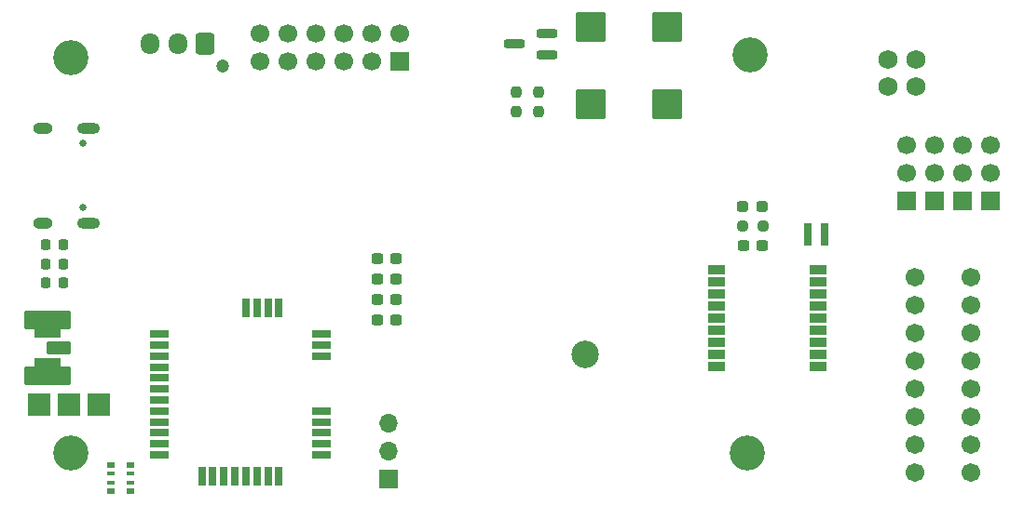
<source format=gbr>
%TF.GenerationSoftware,KiCad,Pcbnew,9.0.7*%
%TF.CreationDate,2026-01-13T15:48:48+01:00*%
%TF.ProjectId,TABv1,54414276-312e-46b6-9963-61645f706362,rev?*%
%TF.SameCoordinates,Original*%
%TF.FileFunction,Soldermask,Bot*%
%TF.FilePolarity,Negative*%
%FSLAX46Y46*%
G04 Gerber Fmt 4.6, Leading zero omitted, Abs format (unit mm)*
G04 Created by KiCad (PCBNEW 9.0.7) date 2026-01-13 15:48:48*
%MOMM*%
%LPD*%
G01*
G04 APERTURE LIST*
G04 Aperture macros list*
%AMRoundRect*
0 Rectangle with rounded corners*
0 $1 Rounding radius*
0 $2 $3 $4 $5 $6 $7 $8 $9 X,Y pos of 4 corners*
0 Add a 4 corners polygon primitive as box body*
4,1,4,$2,$3,$4,$5,$6,$7,$8,$9,$2,$3,0*
0 Add four circle primitives for the rounded corners*
1,1,$1+$1,$2,$3*
1,1,$1+$1,$4,$5*
1,1,$1+$1,$6,$7*
1,1,$1+$1,$8,$9*
0 Add four rect primitives between the rounded corners*
20,1,$1+$1,$2,$3,$4,$5,0*
20,1,$1+$1,$4,$5,$6,$7,0*
20,1,$1+$1,$6,$7,$8,$9,0*
20,1,$1+$1,$8,$9,$2,$3,0*%
G04 Aperture macros list end*
%ADD10C,0.000000*%
%ADD11R,2.000000X2.000000*%
%ADD12C,3.200000*%
%ADD13C,1.700000*%
%ADD14R,1.700000X1.700000*%
%ADD15O,1.700000X1.700000*%
%ADD16C,0.650000*%
%ADD17O,2.100000X1.000000*%
%ADD18O,1.800000X1.000000*%
%ADD19RoundRect,0.237500X0.237500X-0.250000X0.237500X0.250000X-0.237500X0.250000X-0.237500X-0.250000X0*%
%ADD20C,1.200000*%
%ADD21RoundRect,0.250000X0.600000X0.725000X-0.600000X0.725000X-0.600000X-0.725000X0.600000X-0.725000X0*%
%ADD22O,1.700000X1.950000*%
%ADD23RoundRect,0.200000X0.750000X0.200000X-0.750000X0.200000X-0.750000X-0.200000X0.750000X-0.200000X0*%
%ADD24R,0.800000X0.500000*%
%ADD25R,0.800000X0.400000*%
%ADD26RoundRect,0.050800X-1.016000X0.508000X-1.016000X-0.508000X1.016000X-0.508000X1.016000X0.508000X0*%
%ADD27RoundRect,0.050800X-2.032000X0.762000X-2.032000X-0.762000X2.032000X-0.762000X2.032000X0.762000X0*%
%ADD28RoundRect,0.050800X-1.143000X1.143000X-1.143000X-1.143000X1.143000X-1.143000X1.143000X1.143000X0*%
%ADD29RoundRect,0.237500X-0.237500X0.250000X-0.237500X-0.250000X0.237500X-0.250000X0.237500X0.250000X0*%
%ADD30R,1.803400X0.711200*%
%ADD31R,0.711200X1.803400*%
%ADD32RoundRect,0.237500X-0.300000X-0.237500X0.300000X-0.237500X0.300000X0.237500X-0.300000X0.237500X0*%
%ADD33R,1.600000X0.900000*%
%ADD34C,1.701800*%
%ADD35RoundRect,0.218750X-0.218750X-0.256250X0.218750X-0.256250X0.218750X0.256250X-0.218750X0.256250X0*%
%ADD36RoundRect,0.237500X0.287500X0.237500X-0.287500X0.237500X-0.287500X-0.237500X0.287500X-0.237500X0*%
%ADD37R,0.800000X2.000000*%
%ADD38C,1.752600*%
%ADD39RoundRect,0.102000X-1.250000X-1.250000X1.250000X-1.250000X1.250000X1.250000X-1.250000X1.250000X0*%
%ADD40C,2.500000*%
%ADD41RoundRect,0.237500X0.250000X0.237500X-0.250000X0.237500X-0.250000X-0.237500X0.250000X-0.237500X0*%
G04 APERTURE END LIST*
D10*
%TO.C,J4*%
G36*
X76050800Y-66252600D02*
G01*
X73714000Y-66252600D01*
X73714000Y-65338200D01*
X76050800Y-65338200D01*
X76050800Y-66252600D01*
G37*
G36*
X76050800Y-63461800D02*
G01*
X73714000Y-63461800D01*
X73714000Y-62547400D01*
X76050800Y-62547400D01*
X76050800Y-63461800D01*
G37*
%TD*%
D11*
%TO.C,TP4*%
X76800000Y-69600000D03*
%TD*%
%TO.C,TP3*%
X79500000Y-69600000D03*
%TD*%
%TO.C,TP2*%
X74100000Y-69600000D03*
%TD*%
D12*
%TO.C,H1*%
X138750000Y-37750000D03*
%TD*%
%TO.C,H4*%
X138500000Y-74000000D03*
%TD*%
D13*
%TO.C,J9*%
X152920000Y-45960000D03*
X155460000Y-45960000D03*
X152920000Y-48500000D03*
X155460000Y-48500000D03*
D14*
X152920000Y-51040000D03*
X155460000Y-51040000D03*
%TD*%
%TO.C,J6*%
X105900000Y-76380000D03*
D15*
X105900000Y-73840000D03*
X105900000Y-71300000D03*
%TD*%
D13*
%TO.C,J10*%
X158000000Y-45960000D03*
X160540000Y-45960000D03*
X158000000Y-48500000D03*
X160540000Y-48500000D03*
D14*
X158000000Y-51040000D03*
X160540000Y-51040000D03*
%TD*%
D12*
%TO.C,H3*%
X77000000Y-74000000D03*
%TD*%
D16*
%TO.C,J1*%
X78115000Y-45810000D03*
X78115000Y-51590000D03*
D17*
X78615000Y-44380000D03*
D18*
X74435000Y-44380000D03*
D17*
X78615000Y-53020000D03*
D18*
X74435000Y-53020000D03*
%TD*%
D12*
%TO.C,H2*%
X77000000Y-38000000D03*
%TD*%
D19*
%TO.C,R10*%
X117500000Y-42912500D03*
X117500000Y-41087500D03*
%TD*%
D20*
%TO.C,J11*%
X90800000Y-38750000D03*
D21*
X89200000Y-36750000D03*
D22*
X86700000Y-36750000D03*
X84200000Y-36750000D03*
%TD*%
D23*
%TO.C,Q2*%
X120262500Y-35800000D03*
X120262500Y-37700000D03*
X117262500Y-36750000D03*
%TD*%
D14*
%TO.C,J5*%
X106910000Y-38290000D03*
D13*
X106910000Y-35750000D03*
X104370000Y-38290000D03*
X104370000Y-35750000D03*
X101830000Y-38290000D03*
X101830000Y-35750000D03*
X99290000Y-38290000D03*
X99290000Y-35750000D03*
X96750000Y-38290000D03*
X96750000Y-35750000D03*
X94210000Y-38290000D03*
X94210000Y-35750000D03*
%TD*%
D24*
%TO.C,RN1*%
X82400000Y-75050000D03*
D25*
X82400000Y-75850000D03*
X82400000Y-76650000D03*
D24*
X82400000Y-77450000D03*
X80600000Y-77450000D03*
D25*
X80600000Y-76650000D03*
X80600000Y-75850000D03*
D24*
X80600000Y-75050000D03*
%TD*%
D26*
%TO.C,J4*%
X75873000Y-64400000D03*
D27*
X74857000Y-61860000D03*
X74857000Y-66940000D03*
D28*
X74882400Y-62291800D03*
X74882400Y-66508200D03*
%TD*%
D29*
%TO.C,R11*%
X119500000Y-41087500D03*
X119500000Y-42912500D03*
%TD*%
D30*
%TO.C,U10*%
X85000000Y-74149999D03*
X85000000Y-73150001D03*
X85000000Y-72150001D03*
X85000000Y-71150000D03*
X85000000Y-70150000D03*
X85000000Y-69149999D03*
X85000000Y-68150001D03*
X85000000Y-67150000D03*
X85000000Y-66150000D03*
X85000000Y-65149999D03*
X85000000Y-64149999D03*
X85000000Y-63150001D03*
D31*
X92899999Y-60750000D03*
X93900000Y-60750000D03*
X94900000Y-60750000D03*
X95900001Y-60750000D03*
D30*
X99800000Y-63150001D03*
X99800000Y-64149999D03*
X99800000Y-65149999D03*
X99800000Y-70150000D03*
X99800000Y-71150000D03*
X99800000Y-72150001D03*
X99800000Y-73149999D03*
X99800000Y-74149999D03*
D31*
X95900001Y-76050000D03*
X94900000Y-76050000D03*
X93900000Y-76050000D03*
X92899999Y-76050000D03*
X91900001Y-76050000D03*
X90900000Y-76050000D03*
X89900000Y-76050000D03*
X88899999Y-76050000D03*
%TD*%
D32*
%TO.C,C13*%
X104812500Y-58125000D03*
X106537500Y-58125000D03*
%TD*%
D33*
%TO.C,U9*%
X144900000Y-57300000D03*
X144900000Y-58400000D03*
X144900000Y-59500000D03*
X144900000Y-60600000D03*
X144900000Y-61700000D03*
X144900000Y-62800000D03*
X144900000Y-63900000D03*
X144900000Y-65000000D03*
X144900000Y-66100000D03*
X135700000Y-66100000D03*
X135700000Y-65000000D03*
X135700000Y-63900000D03*
X135700000Y-62800000D03*
X135700000Y-61700000D03*
X135700000Y-60600000D03*
X135700000Y-59500000D03*
X135700000Y-58400000D03*
X135700000Y-57300000D03*
%TD*%
D34*
%TO.C,J15*%
X158795301Y-75769599D03*
X158795301Y-73229599D03*
X158795301Y-70689599D03*
X158795301Y-68149599D03*
X158795301Y-65609599D03*
X158795301Y-63069599D03*
X158795301Y-60529599D03*
X158795301Y-57989599D03*
X153715301Y-75769599D03*
X153715301Y-73229599D03*
X153715301Y-70689599D03*
X153715301Y-68149599D03*
X153715301Y-65609599D03*
X153715301Y-63069599D03*
X153715301Y-60529599D03*
X153715301Y-57989599D03*
%TD*%
D35*
%TO.C,D9*%
X74712500Y-55000000D03*
X76287500Y-55000000D03*
%TD*%
D36*
%TO.C,D8*%
X139825000Y-51500000D03*
X138075000Y-51500000D03*
%TD*%
D35*
%TO.C,D10*%
X74712500Y-56750000D03*
X76287500Y-56750000D03*
%TD*%
%TO.C,D11*%
X74712500Y-58500000D03*
X76287500Y-58500000D03*
%TD*%
D37*
%TO.C,BT1*%
X144000000Y-54100000D03*
X145500000Y-54100000D03*
%TD*%
D32*
%TO.C,C6*%
X104812500Y-56250000D03*
X106537500Y-56250000D03*
%TD*%
%TO.C,C7*%
X104812500Y-60000000D03*
X106537500Y-60000000D03*
%TD*%
D38*
%TO.C,J8*%
X151264452Y-40651100D03*
X151264452Y-38151100D03*
X153764452Y-40651100D03*
X153764452Y-38151100D03*
%TD*%
D32*
%TO.C,C8*%
X104812500Y-61875000D03*
X106537500Y-61875000D03*
%TD*%
D39*
%TO.C,LS1*%
X131200000Y-42200000D03*
X131200000Y-35200000D03*
X124200000Y-35200000D03*
X124200000Y-42200000D03*
%TD*%
D40*
%TO.C,ANT1*%
X123750000Y-65000000D03*
%TD*%
D41*
%TO.C,R39*%
X139862500Y-53300000D03*
X138037500Y-53300000D03*
%TD*%
D32*
%TO.C,C37*%
X138087500Y-55100000D03*
X139812500Y-55100000D03*
%TD*%
M02*

</source>
